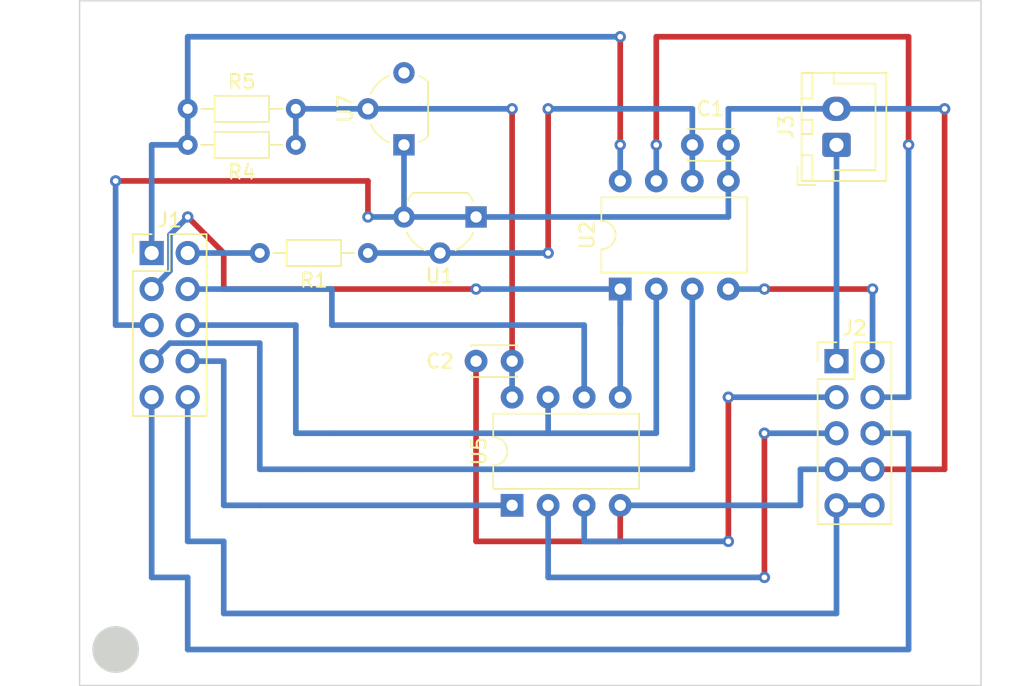
<source format=kicad_pcb>
(kicad_pcb (version 20221018) (generator pcbnew)
  (layers (0 "F.Cu" signal) (31 "B.Cu" signal) (34 "B.Paste" user) (35 "F.Paste" user) (36 "B.SilkS" user "B.Silkscreen") (37 "F.SilkS" user "F.Silkscreen") (38 "B.Mask" user) (39 "F.Mask" user) (44 "Edge.Cuts" user))
  (net 0 "")
  (net 1 "+2V5A")
  (net 2 "+3.3V")
  (net 3 "+5VA")
  (net 4 "GND")
  (net 5 "CLK")
  (net 6 "~{CS1}")
  (net 7 "HV Control")
  (net 8 "Current Control")
  (net 9 "+5V")
  (net 10 "~{CS0}")
  (net 11 "HV Monitor")
  (net 12 "Current Monitor")
  (net 13 "Filament Ready")
  (net 14 "Filament Enable")
  (net 15 "+24V")
  (net 16 "MOSI")
  (net 17 "MISO")
  (footprint "custom_footprints:TO-92L_Wide" (layer "F.Cu") (at 124.46 86.36 90)
    (fp_text reference "U7" (at 2.55 -4.15 90) (layer "F.SilkS"))
    (fp_text value "LM4040LP-5")
    (fp_line (start 0.6 1.7) (end 4.45 1.7) (stroke (width 0.12)) (layer "F.SilkS"))
    (fp_arc (start 0.192226 -1.094786) (mid 0.710119 -1.833613) (end 1.45 -2.35) (stroke (width 0.12)) (layer "F.SilkS"))
    (fp_arc (start 0.6 1.7) (mid 0.389183 1.423933) (end 0.217369 1.122045) (stroke (width 0.12)) (layer "F.SilkS"))
    (fp_arc (start 3.6 -2.35) (mid 4.351408 -1.834367) (end 4.876463 -1.089513) (stroke (width 0.12)) (layer "F.SilkS"))
    (fp_arc (start 4.842383 1.112264) (mid 4.666594 1.419753) (end 4.45 1.7) (stroke (width 0.12)) (layer "F.SilkS"))
    (pad "1" thru_hole circle (at 5.08 0 90) (size 1.5 1.5) (drill 0.8) (layers "*.Cu" "*.Mask"))
    (pad "2" thru_hole circle (at 2.54 -2.54 90) (size 1.5 1.5) (drill 0.8) (layers "*.Cu" "*.Mask") (net 3 "+5VA"))
    (pad "3" thru_hole rect (at 0 0 90) (size 1.5 1.5) (drill 0.8) (layers "*.Cu" "*.Mask") (net 4 "GND"))
  )
  (footprint "Resistor_THT:R_Axial_DIN0204_L3.6mm_D1.6mm_P7.62mm_Horizontal" (layer "F.Cu") (at 116.84 83.82 180)
    (fp_text reference "R5" (at 3.81 1.905 180) (layer "F.SilkS"))
    (fp_text value "12R")
    (fp_line (start 0.94 0) (end 1.89 0) (stroke (width 0.12)) (layer "F.SilkS"))
    (fp_line (start 1.89 -0.92) (end 1.89 0.92) (stroke (width 0.12)) (layer "F.SilkS"))
    (fp_line (start 1.89 0.92) (end 5.73 0.92) (stroke (width 0.12)) (layer "F.SilkS"))
    (fp_line (start 5.73 -0.92) (end 1.89 -0.92) (stroke (width 0.12)) (layer "F.SilkS"))
    (fp_line (start 5.73 0.92) (end 5.73 -0.92) (stroke (width 0.12)) (layer "F.SilkS"))
    (fp_line (start 6.68 0) (end 5.73 0) (stroke (width 0.12)) (layer "F.SilkS"))
    (pad "1" thru_hole circle (at 0 0 180) (size 1.4 1.4) (drill 0.7) (layers "*.Cu" "*.Mask") (net 3 "+5VA"))
    (pad "2" thru_hole oval (at 7.62 0 180) (size 1.4 1.4) (drill 0.7) (layers "*.Cu" "*.Mask") (net 9 "+5V"))
  )
  (footprint "custom_footprints:TO-92L_Wide" (layer "F.Cu") (at 129.54 91.44 180)
    (fp_text reference "U1" (at 2.55 -4.15) (layer "F.SilkS"))
    (fp_text value "LT1009CZ")
    (fp_line (start 0.6 1.7) (end 4.45 1.7) (stroke (width 0.12)) (layer "F.SilkS"))
    (fp_arc (start 0.192226 -1.094786) (mid 0.710119 -1.833613) (end 1.45 -2.35) (stroke (width 0.12)) (layer "F.SilkS"))
    (fp_arc (start 0.6 1.7) (mid 0.389183 1.423933) (end 0.217369 1.122045) (stroke (width 0.12)) (layer "F.SilkS"))
    (fp_arc (start 3.6 -2.35) (mid 4.351408 -1.834367) (end 4.876463 -1.089513) (stroke (width 0.12)) (layer "F.SilkS"))
    (fp_arc (start 4.842383 1.112264) (mid 4.666594 1.419753) (end 4.45 1.7) (stroke (width 0.12)) (layer "F.SilkS"))
    (pad "1" thru_hole circle (at 5.08 0 180) (size 1.5 1.5) (drill 0.8) (layers "*.Cu" "*.Mask") (net 4 "GND"))
    (pad "2" thru_hole circle (at 2.54 -2.54 180) (size 1.5 1.5) (drill 0.8) (layers "*.Cu" "*.Mask") (net 1 "+2V5A"))
    (pad "3" thru_hole rect (at 0 0 180) (size 1.5 1.5) (drill 0.8) (layers "*.Cu" "*.Mask") (net 4 "GND"))
  )
  (footprint "Connector_PinHeader_2.54mm:PinHeader_2x05_P2.54mm_Vertical" (layer "F.Cu") (at 106.68 93.98)
    (fp_text reference "J1" (at 1.27 -2.33) (layer "F.SilkS"))
    (fp_text value "Conn_02x05_Counter_Clockwise")
    (fp_line (start -1.33 -1.33) (end 0 -1.33) (stroke (width 0.12)) (layer "F.SilkS"))
    (fp_line (start -1.33 0) (end -1.33 -1.33) (stroke (width 0.12)) (layer "F.SilkS"))
    (fp_line (start -1.33 1.27) (end -1.33 11.49) (stroke (width 0.12)) (layer "F.SilkS"))
    (fp_line (start -1.33 1.27) (end 1.27 1.27) (stroke (width 0.12)) (layer "F.SilkS"))
    (fp_line (start -1.33 11.49) (end 3.87 11.49) (stroke (width 0.12)) (layer "F.SilkS"))
    (fp_line (start 1.27 -1.33) (end 3.87 -1.33) (stroke (width 0.12)) (layer "F.SilkS"))
    (fp_line (start 1.27 1.27) (end 1.27 -1.33) (stroke (width 0.12)) (layer "F.SilkS"))
    (fp_line (start 3.87 -1.33) (end 3.87 11.49) (stroke (width 0.12)) (layer "F.SilkS"))
    (pad "1" thru_hole rect (at 0 0) (size 1.7 1.7) (drill 1) (layers "*.Cu" "*.Mask") (net 9 "+5V"))
    (pad "2" thru_hole oval (at 2.54 0) (size 1.7 1.7) (drill 1) (layers "*.Cu" "*.Mask") (net 2 "+3.3V"))
    (pad "3" thru_hole oval (at 0 2.54) (size 1.7 1.7) (drill 1) (layers "*.Cu" "*.Mask") (net 16 "MOSI"))
    (pad "4" thru_hole oval (at 2.54 2.54) (size 1.7 1.7) (drill 1) (layers "*.Cu" "*.Mask") (net 17 "MISO"))
    (pad "5" thru_hole oval (at 0 5.08) (size 1.7 1.7) (drill 1) (layers "*.Cu" "*.Mask") (net 4 "GND"))
    (pad "6" thru_hole oval (at 2.54 5.08) (size 1.7 1.7) (drill 1) (layers "*.Cu" "*.Mask") (net 5 "CLK"))
    (pad "7" thru_hole oval (at 0 7.62) (size 1.7 1.7) (drill 1) (layers "*.Cu" "*.Mask") (net 6 "~{CS1}"))
    (pad "8" thru_hole oval (at 2.54 7.62) (size 1.7 1.7) (drill 1) (layers "*.Cu" "*.Mask") (net 10 "~{CS0}"))
    (pad "9" thru_hole oval (at 0 10.16) (size 1.7 1.7) (drill 1) (layers "*.Cu" "*.Mask") (net 13 "Filament Ready"))
    (pad "10" thru_hole oval (at 2.54 10.16) (size 1.7 1.7) (drill 1) (layers "*.Cu" "*.Mask") (net 14 "Filament Enable"))
  )
  (footprint "custom_footprints:JST_XH_B2B-XH-A_1x02_P2.54mm_Vertical" (layer "F.Cu") (at 154.94 86.34 90)
    (fp_text reference "J3" (at 1.25 -3.55 90) (layer "F.SilkS"))
    (fp_text value "Conn_01x02")
    (fp_line (start -2.85 -2.75) (end -2.85 -1.5) (stroke (width 0.12)) (layer "F.SilkS"))
    (fp_line (start -2.56 -2.46) (end -2.56 3.51) (stroke (width 0.12)) (layer "F.SilkS"))
    (fp_line (start -2.56 3.51) (end 5.06 3.51) (stroke (width 0.12)) (layer "F.SilkS"))
    (fp_line (start -2.55 -2.45) (end -2.55 -1.7) (stroke (width 0.12)) (layer "F.SilkS"))
    (fp_line (start -2.55 -1.7) (end -0.75 -1.7) (stroke (width 0.12)) (layer "F.SilkS"))
    (fp_line (start -2.55 -0.2) (end -1.8 -0.2) (stroke (width 0.12)) (layer "F.SilkS"))
    (fp_line (start -1.8 -0.2) (end -1.8 2.75) (stroke (width 0.12)) (layer "F.SilkS"))
    (fp_line (start -1.8 2.75) (end 1.25 2.75) (stroke (width 0.12)) (layer "F.SilkS"))
    (fp_line (start -1.6 -2.75) (end -2.85 -2.75) (stroke (width 0.12)) (layer "F.SilkS"))
    (fp_line (start -0.75 -2.45) (end -2.55 -2.45) (stroke (width 0.12)) (layer "F.SilkS"))
    (fp_line (start -0.75 -1.7) (end -0.75 -2.45) (stroke (width 0.12)) (layer "F.SilkS"))
    (fp_line (start 0.75 -2.45) (end 0.75 -1.7) (stroke (width 0.12)) (layer "F.SilkS"))
    (fp_line (start 0.75 -1.7) (end 1.75 -1.7) (stroke (width 0.12)) (layer "F.SilkS"))
    (fp_line (start 1.75 -2.45) (end 0.75 -2.45) (stroke (width 0.12)) (layer "F.SilkS"))
    (fp_line (start 1.75 -1.7) (end 1.75 -2.45) (stroke (width 0.12)) (layer "F.SilkS"))
    (fp_line (start 3.25 -2.45) (end 3.25 -1.7) (stroke (width 0.12)) (layer "F.SilkS"))
    (fp_line (start 3.25 -1.7) (end 5.05 -1.7) (stroke (width 0.12)) (layer "F.SilkS"))
    (fp_line (start 4.3 -0.2) (end 4.3 2.75) (stroke (width 0.12)) (layer "F.SilkS"))
    (fp_line (start 4.3 2.75) (end 1.25 2.75) (stroke (width 0.12)) (layer "F.SilkS"))
    (fp_line (start 5.05 -2.45) (end 3.25 -2.45) (stroke (width 0.12)) (layer "F.SilkS"))
    (fp_line (start 5.05 -1.7) (end 5.05 -2.45) (stroke (width 0.12)) (layer "F.SilkS"))
    (fp_line (start 5.05 -0.2) (end 4.3 -0.2) (stroke (width 0.12)) (layer "F.SilkS"))
    (fp_line (start 5.06 -2.46) (end -2.56 -2.46) (stroke (width 0.12)) (layer "F.SilkS"))
    (fp_line (start 5.06 3.51) (end 5.06 -2.46) (stroke (width 0.12)) (layer "F.SilkS"))
    (pad "1" thru_hole roundrect (at -0.02 0 90) (size 1.7 2) (drill 1) (layers "*.Cu" "*.Mask") (roundrect_rratio 0.1470588235) (net 15 "+24V"))
    (pad "2" thru_hole oval (at 2.52 0 90) (size 1.7 2) (drill 1) (layers "*.Cu" "*.Mask") (net 4 "GND"))
  )
  (footprint "Resistor_THT:R_Axial_DIN0204_L3.6mm_D1.6mm_P7.62mm_Horizontal" (layer "F.Cu") (at 116.84 86.36 180)
    (fp_text reference "R4" (at 3.81 -1.92 180) (layer "F.SilkS"))
    (fp_text value "12R")
    (fp_line (start 0.94 0) (end 1.89 0) (stroke (width 0.12)) (layer "F.SilkS"))
    (fp_line (start 1.89 -0.92) (end 1.89 0.92) (stroke (width 0.12)) (layer "F.SilkS"))
    (fp_line (start 1.89 0.92) (end 5.73 0.92) (stroke (width 0.12)) (layer "F.SilkS"))
    (fp_line (start 5.73 -0.92) (end 1.89 -0.92) (stroke (width 0.12)) (layer "F.SilkS"))
    (fp_line (start 5.73 0.92) (end 5.73 -0.92) (stroke (width 0.12)) (layer "F.SilkS"))
    (fp_line (start 6.68 0) (end 5.73 0) (stroke (width 0.12)) (layer "F.SilkS"))
    (pad "1" thru_hole circle (at 0 0 180) (size 1.4 1.4) (drill 0.7) (layers "*.Cu" "*.Mask") (net 3 "+5VA"))
    (pad "2" thru_hole oval (at 7.62 0 180) (size 1.4 1.4) (drill 0.7) (layers "*.Cu" "*.Mask") (net 9 "+5V"))
  )
  (footprint "custom_footprints:C_Disc_D3.0mm_W2.0mm_P2.54mm" (layer "F.Cu") (at 147.3 86.36 180)
    (fp_text reference "C1" (at 1.25 2.54) (layer "F.SilkS"))
    (fp_text value "1nF")
    (fp_line (start -0.37 -1.12) (end -0.37 -1.055) (stroke (width 0.12)) (layer "F.SilkS"))
    (fp_line (start -0.37 -1.12) (end 2.87 -1.12) (stroke (width 0.12)) (layer "F.SilkS"))
    (fp_line (start -0.37 1.055) (end -0.37 1.12) (stroke (width 0.12)) (layer "F.SilkS"))
    (fp_line (start -0.37 1.12) (end 2.87 1.12) (stroke (width 0.12)) (layer "F.SilkS"))
    (fp_line (start 2.87 -1.12) (end 2.87 -1.055) (stroke (width 0.12)) (layer "F.SilkS"))
    (fp_line (start 2.87 1.055) (end 2.87 1.12) (stroke (width 0.12)) (layer "F.SilkS"))
    (pad "1" thru_hole circle (at -0.02 0 180) (size 1.6 1.6) (drill 0.8) (layers "*.Cu" "*.Mask") (net 4 "GND"))
    (pad "2" thru_hole circle (at 2.52 0 180) (size 1.6 1.6) (drill 0.8) (layers "*.Cu" "*.Mask") (net 1 "+2V5A"))
  )
  (footprint "Connector_PinHeader_2.54mm:PinHeader_2x05_P2.54mm_Vertical" (layer "F.Cu") (at 154.94 101.6)
    (fp_text reference "J2" (at 1.27 -2.33) (layer "F.SilkS"))
    (fp_text value "Conn_02x05_Counter_Clockwise")
    (fp_line (start -1.33 -1.33) (end 0 -1.33) (stroke (width 0.12)) (layer "F.SilkS"))
    (fp_line (start -1.33 0) (end -1.33 -1.33) (stroke (width 0.12)) (layer "F.SilkS"))
    (fp_line (start -1.33 1.27) (end -1.33 11.49) (stroke (width 0.12)) (layer "F.SilkS"))
    (fp_line (start -1.33 1.27) (end 1.27 1.27) (stroke (width 0.12)) (layer "F.SilkS"))
    (fp_line (start -1.33 11.49) (end 3.87 11.49) (stroke (width 0.12)) (layer "F.SilkS"))
    (fp_line (start 1.27 -1.33) (end 3.87 -1.33) (stroke (width 0.12)) (layer "F.SilkS"))
    (fp_line (start 1.27 1.27) (end 1.27 -1.33) (stroke (width 0.12)) (layer "F.SilkS"))
    (fp_line (start 3.87 -1.33) (end 3.87 11.49) (stroke (width 0.12)) (layer "F.SilkS"))
    (pad "1" thru_hole rect (at 0 0) (size 1.7 1.7) (drill 1) (layers "*.Cu" "*.Mask") (net 15 "+24V"))
    (pad "2" thru_hole oval (at 2.54 0) (size 1.7 1.7) (drill 1) (layers "*.Cu" "*.Mask") (net 7 "HV Control"))
    (pad "3" thru_hole oval (at 0 2.54) (size 1.7 1.7) (drill 1) (layers "*.Cu" "*.Mask") (net 12 "Current Monitor"))
    (pad "4" thru_hole oval (at 2.54 2.54) (size 1.7 1.7) (drill 1) (layers "*.Cu" "*.Mask") (net 8 "Current Control"))
    (pad "5" thru_hole oval (at 0 5.08) (size 1.7 1.7) (drill 1) (layers "*.Cu" "*.Mask") (net 11 "HV Monitor"))
    (pad "6" thru_hole oval (at 2.54 5.08) (size 1.7 1.7) (drill 1) (layers "*.Cu" "*.Mask") (net 13 "Filament Ready"))
    (pad "7" thru_hole oval (at 0 7.62) (size 1.7 1.7) (drill 1) (layers "*.Cu" "*.Mask") (net 4 "GND"))
    (pad "8" thru_hole oval (at 2.54 7.62) (size 1.7 1.7) (drill 1) (layers "*.Cu" "*.Mask") (net 4 "GND"))
    (pad "9" thru_hole oval (at 0 10.16) (size 1.7 1.7) (drill 1) (layers "*.Cu" "*.Mask") (net 14 "Filament Enable"))
    (pad "10" thru_hole oval (at 2.54 10.16) (size 1.7 1.7) (drill 1) (layers "*.Cu" "*.Mask") (net 14 "Filament Enable"))
  )
  (footprint "Package_DIP:DIP-8_W7.62mm" (layer "F.Cu") (at 139.7 96.52 90)
    (fp_text reference "U2" (at 3.81 -2.33 90) (layer "F.SilkS"))
    (fp_text value "TLV5618A")
    (fp_line (start 1.16 -1.33) (end 1.16 8.95) (stroke (width 0.12)) (layer "F.SilkS"))
    (fp_line (start 1.16 8.95) (end 6.46 8.95) (stroke (width 0.12)) (layer "F.SilkS"))
    (fp_line (start 2.81 -1.33) (end 1.16 -1.33) (stroke (width 0.12)) (layer "F.SilkS"))
    (fp_line (start 6.46 -1.33) (end 4.81 -1.33) (stroke (width 0.12)) (layer "F.SilkS"))
    (fp_line (start 6.46 8.95) (end 6.46 -1.33) (stroke (width 0.12)) (layer "F.SilkS"))
    (fp_arc (start 4.81 -1.33) (mid 3.81 -0.33) (end 2.81 -1.33) (stroke (width 0.12)) (layer "F.SilkS"))
    (pad "1" thru_hole rect (at 0 0 90) (size 1.6 1.6) (drill 0.8) (layers "*.Cu" "*.Mask") (net 16 "MOSI"))
    (pad "2" thru_hole oval (at 0 2.54 90) (size 1.6 1.6) (drill 0.8) (layers "*.Cu" "*.Mask") (net 5 "CLK"))
    (pad "3" thru_hole oval (at 0 5.08 90) (size 1.6 1.6) (drill 0.8) (layers "*.Cu" "*.Mask") (net 6 "~{CS1}"))
    (pad "4" thru_hole oval (at 0 7.62 90) (size 1.6 1.6) (drill 0.8) (layers "*.Cu" "*.Mask") (net 7 "HV Control"))
    (pad "5" thru_hole oval (at 7.62 7.62 90) (size 1.6 1.6) (drill 0.8) (layers "*.Cu" "*.Mask") (net 4 "GND"))
    (pad "6" thru_hole oval (at 7.62 5.08 90) (size 1.6 1.6) (drill 0.8) (layers "*.Cu" "*.Mask") (net 1 "+2V5A"))
    (pad "7" thru_hole oval (at 7.62 2.54 90) (size 1.6 1.6) (drill 0.8) (layers "*.Cu" "*.Mask") (net 8 "Current Control"))
    (pad "8" thru_hole oval (at 7.62 0 90) (size 1.6 1.6) (drill 0.8) (layers "*.Cu" "*.Mask") (net 9 "+5V"))
  )
  (footprint "Resistor_THT:R_Axial_DIN0204_L3.6mm_D1.6mm_P7.62mm_Horizontal" (layer "F.Cu") (at 121.92 93.98 180)
    (fp_text reference "R1" (at 3.81 -1.92 180) (layer "F.SilkS"))
    (fp_text value "470R")
    (fp_line (start 0.94 0) (end 1.89 0) (stroke (width 0.12)) (layer "F.SilkS"))
    (fp_line (start 1.89 -0.92) (end 1.89 0.92) (stroke (width 0.12)) (layer "F.SilkS"))
    (fp_line (start 1.89 0.92) (end 5.73 0.92) (stroke (width 0.12)) (layer "F.SilkS"))
    (fp_line (start 5.73 -0.92) (end 1.89 -0.92) (stroke (width 0.12)) (layer "F.SilkS"))
    (fp_line (start 5.73 0.92) (end 5.73 -0.92) (stroke (width 0.12)) (layer "F.SilkS"))
    (fp_line (start 6.68 0) (end 5.73 0) (stroke (width 0.12)) (layer "F.SilkS"))
    (pad "1" thru_hole circle (at 0 0 180) (size 1.4 1.4) (drill 0.7) (layers "*.Cu" "*.Mask") (net 1 "+2V5A"))
    (pad "2" thru_hole oval (at 7.62 0 180) (size 1.4 1.4) (drill 0.7) (layers "*.Cu" "*.Mask") (net 2 "+3.3V"))
  )
  (footprint "Package_DIP:DIP-8_W7.62mm" (layer "F.Cu") (at 132.08 111.76 90)
    (fp_text reference "U5" (at 3.81 -2.33 90) (layer "F.SilkS"))
    (fp_text value "MCP3202")
    (fp_line (start 1.16 -1.33) (end 1.16 8.95) (stroke (width 0.12)) (layer "F.SilkS"))
    (fp_line (start 1.16 8.95) (end 6.46 8.95) (stroke (width 0.12)) (layer "F.SilkS"))
    (fp_line (start 2.81 -1.33) (end 1.16 -1.33) (stroke (width 0.12)) (layer "F.SilkS"))
    (fp_line (start 6.46 -1.33) (end 4.81 -1.33) (stroke (width 0.12)) (layer "F.SilkS"))
    (fp_line (start 6.46 8.95) (end 6.46 -1.33) (stroke (width 0.12)) (layer "F.SilkS"))
    (fp_arc (start 4.81 -1.33) (mid 3.81 -0.33) (end 2.81 -1.33) (stroke (width 0.12)) (layer "F.SilkS"))
    (pad "1" thru_hole rect (at 0 0 90) (size 1.6 1.6) (drill 0.8) (layers "*.Cu" "*.Mask") (net 10 "~{CS0}"))
    (pad "2" thru_hole oval (at 0 2.54 90) (size 1.6 1.6) (drill 0.8) (layers "*.Cu" "*.Mask") (net 11 "HV Monitor"))
    (pad "3" thru_hole oval (at 0 5.08 90) (size 1.6 1.6) (drill 0.8) (layers "*.Cu" "*.Mask") (net 12 "Current Monitor"))
    (pad "4" thru_hole oval (at 0 7.62 90) (size 1.6 1.6) (drill 0.8) (layers "*.Cu" "*.Mask") (net 4 "GND"))
    (pad "5" thru_hole oval (at 7.62 7.62 90) (size 1.6 1.6) (drill 0.8) (layers "*.Cu" "*.Mask") (net 16 "MOSI"))
    (pad "6" thru_hole oval (at 7.62 5.08 90) (size 1.6 1.6) (drill 0.8) (layers "*.Cu" "*.Mask") (net 17 "MISO"))
    (pad "7" thru_hole oval (at 7.62 2.54 90) (size 1.6 1.6) (drill 0.8) (layers "*.Cu" "*.Mask") (net 5 "CLK"))
    (pad "8" thru_hole oval (at 7.62 0 90) (size 1.6 1.6) (drill 0.8) (layers "*.Cu" "*.Mask") (net 3 "+5VA"))
  )
  (footprint "custom_footprints:C_Disc_D3.0mm_W2.0mm_P2.54mm" (layer "F.Cu") (at 132.06 101.6 180)
    (fp_text reference "C2" (at 5.06 0) (layer "F.SilkS"))
    (fp_text value "1nF")
    (fp_line (start -0.37 -1.12) (end -0.37 -1.055) (stroke (width 0.12)) (layer "F.SilkS"))
    (fp_line (start -0.37 -1.12) (end 2.87 -1.12) (stroke (width 0.12)) (layer "F.SilkS"))
    (fp_line (start -0.37 1.055) (end -0.37 1.12) (stroke (width 0.12)) (layer "F.SilkS"))
    (fp_line (start -0.37 1.12) (end 2.87 1.12) (stroke (width 0.12)) (layer "F.SilkS"))
    (fp_line (start 2.87 -1.12) (end 2.87 -1.055) (stroke (width 0.12)) (layer "F.SilkS"))
    (fp_line (start 2.87 1.055) (end 2.87 1.12) (stroke (width 0.12)) (layer "F.SilkS"))
    (pad "1" thru_hole circle (at -0.02 0 180) (size 1.6 1.6) (drill 0.8) (layers "*.Cu" "*.Mask") (net 3 "+5VA"))
    (pad "2" thru_hole circle (at 2.52 0 180) (size 1.6 1.6) (drill 0.8) (layers "*.Cu" "*.Mask") (net 4 "GND"))
  )
  (gr_circle (center 104.14 121.92) (end 105.74 121.92) (stroke (width 0.1)) (fill solid) (layer "Edge.Cuts"))
  (gr_rect (start 101.6 76.2) (end 165.1254 124.46) (stroke (width 0.1)) (fill none) (layer "Edge.Cuts"))
  (segment (start 134.62 93.98) (end 134.62 83.82) (width 0.4) (layer "F.Cu") (net 1))
  (via (at 134.62 93.98) (size 0.8) (drill 0.4) (layers "F.Cu" "B.Cu") (net 1))
  (via (at 134.62 83.82) (size 0.8) (drill 0.4) (layers "F.Cu" "B.Cu") (net 1))
  (segment (start 144.78 83.82) (end 144.78 88.9) (width 0.4) (layer "B.Cu") (net 1))
  (segment (start 134.62 93.98) (end 127 93.98) (width 0.4) (layer "B.Cu") (net 1))
  (segment (start 121.92 93.98) (end 127 93.98) (width 0.4) (layer "B.Cu") (net 1))
  (segment (start 134.62 83.82) (end 144.78 83.82) (width 0.4) (layer "B.Cu") (net 1))
  (segment (start 109.22 93.98) (end 114.3 93.98) (width 0.4) (layer "B.Cu") (net 2))
  (segment (start 132.08 83.82) (end 132.08 101.6) (width 0.4) (layer "F.Cu") (net 3))
  (via (at 132.08 83.82) (size 0.8) (drill 0.4) (layers "F.Cu" "B.Cu") (net 3))
  (segment (start 132.08 83.82) (end 116.84 83.82) (width 0.4) (layer "B.Cu") (net 3))
  (segment (start 132.08 101.6) (end 132.08 104.14) (width 0.4) (layer "B.Cu") (net 3))
  (segment (start 116.84 86.36) (end 116.84 83.82) (width 0.4) (layer "B.Cu") (net 3))
  (segment (start 162.56 83.82) (end 162.56 109.22) (width 0.4) (layer "F.Cu") (net 4))
  (segment (start 139.7 114.3) (end 139.7 111.76) (width 0.4) (layer "F.Cu") (net 4))
  (segment (start 129.54 101.6) (end 129.54 114.3) (width 0.4) (layer "F.Cu") (net 4))
  (segment (start 121.92 88.9) (end 121.92 91.44) (width 0.4) (layer "F.Cu") (net 4))
  (segment (start 106.68 88.9) (end 121.92 88.9) (width 0.4) (layer "F.Cu") (net 4))
  (segment (start 162.56 109.22) (end 157.48 109.22) (width 0.4) (layer "F.Cu") (net 4))
  (segment (start 104.14 88.9) (end 106.68 88.9) (width 0.4) (layer "F.Cu") (net 4))
  (segment (start 129.54 114.3) (end 139.7 114.3) (width 0.4) (layer "F.Cu") (net 4))
  (via (at 104.14 88.9) (size 0.8) (drill 0.4) (layers "F.Cu" "B.Cu") (net 4))
  (via (at 162.56 83.82) (size 0.8) (drill 0.4) (layers "F.Cu" "B.Cu") (net 4))
  (via (at 121.92 91.44) (size 0.8) (drill 0.4) (layers "F.Cu" "B.Cu") (net 4))
  (segment (start 154.94 83.82) (end 162.56 83.82) (width 0.4) (layer "B.Cu") (net 4))
  (segment (start 147.32 91.44) (end 147.32 88.9) (width 0.4) (layer "B.Cu") (net 4))
  (segment (start 106.68 99.06) (end 104.14 99.06) (width 0.4) (layer "B.Cu") (net 4))
  (segment (start 129.54 91.44) (end 147.32 91.44) (width 0.4) (layer "B.Cu") (net 4))
  (segment (start 147.32 83.82) (end 147.32 88.9) (width 0.4) (layer "B.Cu") (net 4))
  (segment (start 154.94 109.22) (end 157.48 109.22) (width 0.4) (layer "B.Cu") (net 4))
  (segment (start 124.46 91.44) (end 129.54 91.44) (width 0.4) (layer "B.Cu") (net 4))
  (segment (start 124.46 91.44) (end 121.92 91.44) (width 0.4) (layer "B.Cu") (net 4))
  (segment (start 124.46 86.36) (end 124.46 91.44) (width 0.4) (layer "B.Cu") (net 4))
  (segment (start 152.4 109.22) (end 152.4 111.76) (width 0.4) (layer "B.Cu") (net 4))
  (segment (start 104.14 88.9) (end 104.14 99.06) (width 0.4) (layer "B.Cu") (net 4))
  (segment (start 147.32 83.82) (end 154.94 83.82) (width 0.4) (layer "B.Cu") (net 4))
  (segment (start 152.4 111.76) (end 139.7 111.76) (width 0.4) (layer "B.Cu") (net 4))
  (segment (start 154.94 109.22) (end 152.4 109.22) (width 0.4) (layer "B.Cu") (net 4))
  (segment (start 116.84 106.68) (end 119.38 106.68) (width 0.4) (layer "B.Cu") (net 5))
  (segment (start 134.62 104.14) (end 134.62 106.68) (width 0.4) (layer "B.Cu") (net 5))
  (segment (start 116.84 106.68) (end 116.84 99.06) (width 0.4) (layer "B.Cu") (net 5))
  (segment (start 109.22 99.06) (end 116.84 99.06) (width 0.4) (layer "B.Cu") (net 5))
  (segment (start 134.62 106.68) (end 142.24 106.68) (width 0.4) (layer "B.Cu") (net 5))
  (segment (start 142.24 96.52) (end 142.24 106.68) (width 0.4) (layer "B.Cu") (net 5))
  (segment (start 119.38 106.68) (end 134.62 106.68) (width 0.4) (layer "B.Cu") (net 5))
  (segment (start 114.3 100.33) (end 114.3 109.22) (width 0.4) (layer "B.Cu") (net 6))
  (segment (start 144.78 109.22) (end 144.78 96.52) (width 0.4) (layer "B.Cu") (net 6))
  (segment (start 107.95 100.33) (end 114.3 100.33) (width 0.4) (layer "B.Cu") (net 6))
  (segment (start 114.3 109.22) (end 116.84 109.22) (width 0.4) (layer "B.Cu") (net 6))
  (segment (start 106.68 101.6) (end 107.95 100.33) (width 0.4) (layer "B.Cu") (net 6))
  (segment (start 116.84 109.22) (end 144.78 109.22) (width 0.4) (layer "B.Cu") (net 6))
  (segment (start 157.48 96.52) (end 149.86 96.52) (width 0.4) (layer "F.Cu") (net 7))
  (via (at 149.86 96.52) (size 0.8) (drill 0.4) (layers "F.Cu" "B.Cu") (net 7))
  (via (at 157.48 96.52) (size 0.8) (drill 0.4) (layers "F.Cu" "B.Cu") (net 7))
  (segment (start 149.86 96.52) (end 147.32 96.52) (width 0.4) (layer "B.Cu") (net 7))
  (segment (start 157.48 101.6) (end 157.48 96.52) (width 0.4) (layer "B.Cu") (net 7))
  (segment (start 142.24 78.74) (end 142.24 86.36) (width 0.4) (layer "F.Cu") (net 8))
  (segment (start 160.02 78.74) (end 142.24 78.74) (width 0.4) (layer "F.Cu") (net 8))
  (segment (start 160.02 86.36) (end 160.02 78.74) (width 0.4) (layer "F.Cu") (net 8))
  (via (at 142.24 86.36) (size 0.8) (drill 0.4) (layers "F.Cu" "B.Cu") (net 8))
  (via (at 160.02 86.36) (size 0.8) (drill 0.4) (layers "F.Cu" "B.Cu") (net 8))
  (segment (start 160.02 104.14) (end 157.48 104.14) (width 0.4) (layer "B.Cu") (net 8))
  (segment (start 142.24 86.36) (end 142.24 88.9) (width 0.4) (layer "B.Cu") (net 8))
  (segment (start 160.02 86.36) (end 160.02 104.14) (width 0.4) (layer "B.Cu") (net 8))
  (segment (start 139.7 78.74) (end 139.7 86.36) (width 0.4) (layer "F.Cu") (net 9))
  (via (at 139.7 86.36) (size 0.8) (drill 0.4) (layers "F.Cu" "B.Cu") (net 9))
  (via (at 139.7 78.74) (size 0.8) (drill 0.4) (layers "F.Cu" "B.Cu") (net 9))
  (segment (start 139.7 78.74) (end 109.22 78.74) (width 0.4) (layer "B.Cu") (net 9))
  (segment (start 106.68 86.36) (end 109.22 86.36) (width 0.4) (layer "B.Cu") (net 9))
  (segment (start 139.7 86.36) (end 139.7 88.9) (width 0.4) (layer "B.Cu") (net 9))
  (segment (start 106.68 93.98) (end 106.68 86.36) (width 0.4) (layer "B.Cu") (net 9))
  (segment (start 109.22 78.74) (end 109.22 83.82) (width 0.4) (layer "B.Cu") (net 9))
  (segment (start 109.22 86.36) (end 109.22 83.82) (width 0.4) (layer "B.Cu") (net 9))
  (segment (start 111.76 111.76) (end 114.3 111.76) (width 0.4) (layer "B.Cu") (net 10))
  (segment (start 114.3 111.76) (end 132.08 111.76) (width 0.4) (layer "B.Cu") (net 10))
  (segment (start 109.22 101.6) (end 111.76 101.6) (width 0.4) (layer "B.Cu") (net 10))
  (segment (start 111.76 111.76) (end 111.76 101.6) (width 0.4) (layer "B.Cu") (net 10))
  (segment (start 149.86 116.84) (end 149.86 106.68) (width 0.4) (layer "F.Cu") (net 11))
  (via (at 149.86 116.84) (size 0.8) (drill 0.4) (layers "F.Cu" "B.Cu") (net 11))
  (via (at 149.86 106.68) (size 0.8) (drill 0.4) (layers "F.Cu" "B.Cu") (net 11))
  (segment (start 149.86 106.68) (end 154.94 106.68) (width 0.4) (layer "B.Cu") (net 11))
  (segment (start 149.86 116.84) (end 134.62 116.84) (width 0.4) (layer "B.Cu") (net 11))
  (segment (start 134.62 116.84) (end 134.62 111.76) (width 0.4) (layer "B.Cu") (net 11))
  (segment (start 147.32 114.3) (end 147.32 104.14) (width 0.4) (layer "F.Cu") (net 12))
  (via (at 147.32 114.3) (size 0.8) (drill 0.4) (layers "F.Cu" "B.Cu") (net 12))
  (via (at 147.32 104.14) (size 0.8) (drill 0.4) (layers "F.Cu" "B.Cu") (net 12))
  (segment (start 137.16 114.3) (end 147.32 114.3) (width 0.4) (layer "B.Cu") (net 12))
  (segment (start 137.16 111.76) (end 137.16 114.3) (width 0.4) (layer "B.Cu") (net 12))
  (segment (start 147.32 104.14) (end 154.94 104.14) (width 0.4) (layer "B.Cu") (net 12))
  (segment (start 106.68 104.14) (end 106.68 116.84) (width 0.4) (layer "B.Cu") (net 13))
  (segment (start 160.02 121.92) (end 160.02 106.68) (width 0.4) (layer "B.Cu") (net 13))
  (segment (start 106.68 116.84) (end 109.22 116.84) (width 0.4) (layer "B.Cu") (net 13))
  (segment (start 160.02 106.68) (end 157.48 106.68) (width 0.4) (layer "B.Cu") (net 13))
  (segment (start 109.22 116.84) (end 109.22 121.92) (width 0.4) (layer "B.Cu") (net 13))
  (segment (start 109.22 121.92) (end 160.02 121.92) (width 0.4) (layer "B.Cu") (net 13))
  (segment (start 109.22 114.3) (end 111.76 114.3) (width 0.4) (layer "B.Cu") (net 14))
  (segment (start 109.22 104.14) (end 109.22 114.3) (width 0.4) (layer "B.Cu") (net 14))
  (segment (start 154.94 111.76) (end 157.48 111.76) (width 0.4) (layer "B.Cu") (net 14))
  (segment (start 154.94 119.38) (end 154.94 111.76) (width 0.4) (layer "B.Cu") (net 14))
  (segment (start 111.76 119.38) (end 154.94 119.38) (width 0.4) (layer "B.Cu") (net 14))
  (segment (start 111.76 114.3) (end 111.76 119.38) (width 0.4) (layer "B.Cu") (net 14))
  (segment (start 154.94 86.36) (end 154.94 101.6) (width 0.4) (layer "B.Cu") (net 15))
  (segment (start 111.76 93.98) (end 111.76 96.52) (width 0.4) (layer "F.Cu") (net 16))
  (segment (start 109.22 91.44) (end 111.76 93.98) (width 0.4) (layer "F.Cu") (net 16))
  (segment (start 129.54 96.52) (end 111.76 96.52) (width 0.4) (layer "F.Cu") (net 16))
  (via (at 129.54 96.52) (size 0.8) (drill 0.4) (layers "F.Cu" "B.Cu") (net 16))
  (via (at 109.22 91.44) (size 0.8) (drill 0.4) (layers "F.Cu" "B.Cu") (net 16))
  (segment (start 106.68 96.52) (end 107.97 95.23) (width 0.4) (layer "B.Cu") (net 16))
  (segment (start 139.7 99.06) (end 139.7 96.52) (width 0.4) (layer "B.Cu") (net 16))
  (segment (start 139.7 96.52) (end 129.54 96.52) (width 0.4) (layer "B.Cu") (net 16))
  (segment (start 107.97 92.69) (end 109.22 91.44) (width 0.4) (layer "B.Cu") (net 16))
  (segment (start 107.97 95.23) (end 107.97 92.69) (width 0.4) (layer "B.Cu") (net 16))
  (segment (start 139.7 104.14) (end 139.7 96.52) (width 0.4) (layer "B.Cu") (net 16))
  (segment (start 119.38 99.06) (end 137.16 99.06) (width 0.4) (layer "B.Cu") (net 17))
  (segment (start 109.22 96.52) (end 119.38 96.52) (width 0.4) (layer "B.Cu") (net 17))
  (segment (start 119.38 96.52) (end 119.38 99.06) (width 0.4) (layer "B.Cu") (net 17))
  (segment (start 137.16 99.06) (end 137.16 104.14) (width 0.4) (layer "B.Cu") (net 17))
)
</source>
